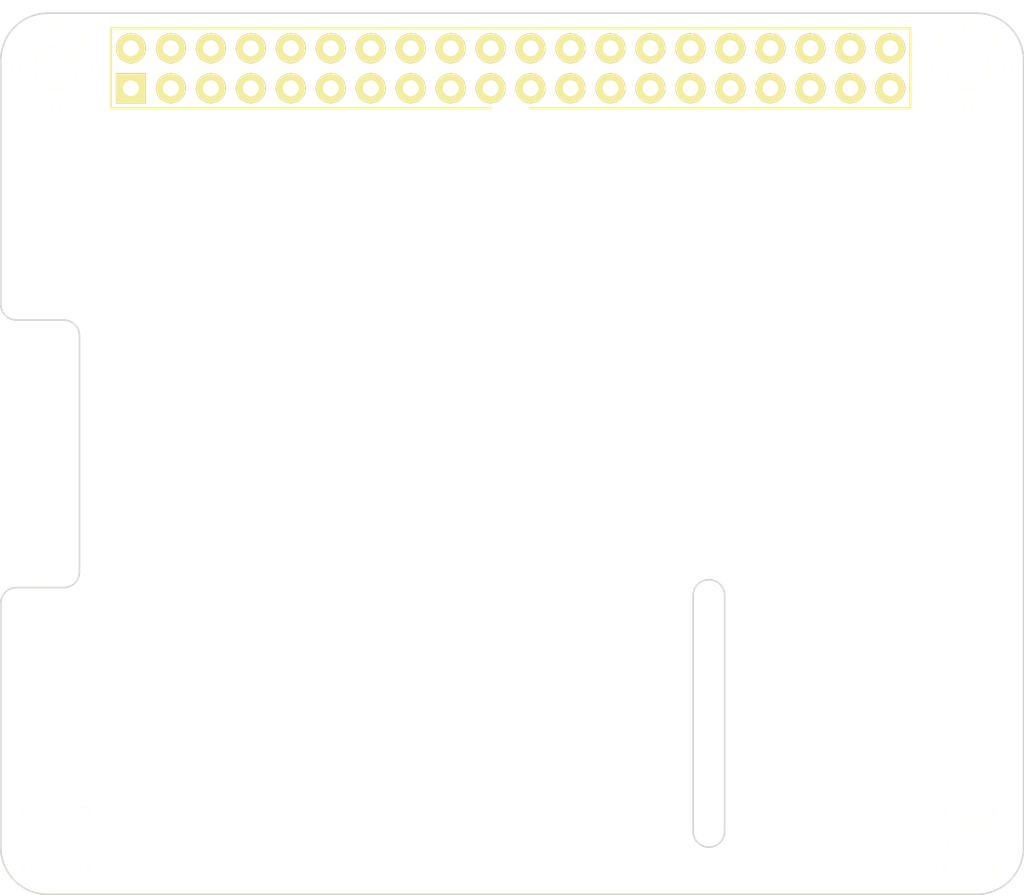
<source format=kicad_pcb>
(kicad_pcb (version 20221018) (generator pcbnew)
  (layers (0 "F.Cu" signal) (31 "B.Cu" signal) (34 "B.Paste" user) (35 "F.Paste" user) (36 "B.SilkS" user "B.Silkscreen") (37 "F.SilkS" user "F.Silkscreen") (38 "B.Mask" user) (39 "F.Mask" user) (44 "Edge.Cuts" user))
  (net 0 "")
  (footprint "agg:M2.5_MOUNT" (layer "F.Cu") (at 172.5 56.5)
    (fp_text reference "REF**" hide)
    (fp_text value "M2.5_MOUNT" hide)
    (pad "" np_thru_hole circle locked (at -2.5 0) (size 0.6 0.6) (drill 0.6) (layers "*.Cu" "*.Mask" "F.SilkS"))
    (pad "" np_thru_hole circle locked (at -1.8 -1.8) (size 0.6 0.6) (drill 0.6) (layers "*.Cu" "*.Mask" "F.SilkS"))
    (pad "" np_thru_hole circle locked (at -1.8 1.8) (size 0.6 0.6) (drill 0.6) (layers "*.Cu" "*.Mask" "F.SilkS"))
    (pad "" np_thru_hole circle locked (at 0 -2.5) (size 0.6 0.6) (drill 0.6) (layers "*.Cu" "*.Mask" "F.SilkS"))
    (pad "" np_thru_hole circle locked (at 0 0) (size 2.75 2.75) (drill 2.75) (layers "*.Cu" "*.Mask" "F.SilkS") (clearance 1.72))
    (pad "" np_thru_hole circle locked (at 0 2.5) (size 0.6 0.6) (drill 0.6) (layers "*.Cu" "*.Mask" "F.SilkS"))
    (pad "" np_thru_hole circle locked (at 1.8 -1.8) (size 0.6 0.6) (drill 0.6) (layers "*.Cu" "*.Mask" "F.SilkS"))
    (pad "" np_thru_hole circle locked (at 1.8 1.8) (size 0.6 0.6) (drill 0.6) (layers "*.Cu" "*.Mask" "F.SilkS"))
    (pad "" np_thru_hole circle locked (at 2.5 0) (size 0.6 0.6) (drill 0.6) (layers "*.Cu" "*.Mask" "F.SilkS"))
  )
  (footprint "agg:M2.5_MOUNT" (layer "F.Cu") (at 114.5 56.5)
    (fp_text reference "REF**" hide)
    (fp_text value "M2.5_MOUNT" hide)
    (pad "" np_thru_hole circle locked (at -2.5 0) (size 0.6 0.6) (drill 0.6) (layers "*.Cu" "*.Mask" "F.SilkS"))
    (pad "" np_thru_hole circle locked (at -1.8 -1.8) (size 0.6 0.6) (drill 0.6) (layers "*.Cu" "*.Mask" "F.SilkS"))
    (pad "" np_thru_hole circle locked (at -1.8 1.8) (size 0.6 0.6) (drill 0.6) (layers "*.Cu" "*.Mask" "F.SilkS"))
    (pad "" np_thru_hole circle locked (at 0 -2.5) (size 0.6 0.6) (drill 0.6) (layers "*.Cu" "*.Mask" "F.SilkS"))
    (pad "" np_thru_hole circle locked (at 0 0) (size 2.75 2.75) (drill 2.75) (layers "*.Cu" "*.Mask" "F.SilkS") (clearance 1.72))
    (pad "" np_thru_hole circle locked (at 0 2.5) (size 0.6 0.6) (drill 0.6) (layers "*.Cu" "*.Mask" "F.SilkS"))
    (pad "" np_thru_hole circle locked (at 1.8 -1.8) (size 0.6 0.6) (drill 0.6) (layers "*.Cu" "*.Mask" "F.SilkS"))
    (pad "" np_thru_hole circle locked (at 1.8 1.8) (size 0.6 0.6) (drill 0.6) (layers "*.Cu" "*.Mask" "F.SilkS"))
    (pad "" np_thru_hole circle locked (at 2.5 0) (size 0.6 0.6) (drill 0.6) (layers "*.Cu" "*.Mask" "F.SilkS"))
  )
  (footprint "agg:M2.5_MOUNT" (layer "F.Cu") (at 114.5 105.5)
    (fp_text reference "REF**" hide)
    (fp_text value "M2.5_MOUNT" hide)
    (pad "" np_thru_hole circle locked (at -2.5 0) (size 0.6 0.6) (drill 0.6) (layers "*.Cu" "*.Mask" "F.SilkS"))
    (pad "" np_thru_hole circle locked (at -1.8 -1.8) (size 0.6 0.6) (drill 0.6) (layers "*.Cu" "*.Mask" "F.SilkS"))
    (pad "" np_thru_hole circle locked (at -1.8 1.8) (size 0.6 0.6) (drill 0.6) (layers "*.Cu" "*.Mask" "F.SilkS"))
    (pad "" np_thru_hole circle locked (at 0 -2.5) (size 0.6 0.6) (drill 0.6) (layers "*.Cu" "*.Mask" "F.SilkS"))
    (pad "" np_thru_hole circle locked (at 0 0) (size 2.75 2.75) (drill 2.75) (layers "*.Cu" "*.Mask" "F.SilkS") (clearance 1.72))
    (pad "" np_thru_hole circle locked (at 0 2.5) (size 0.6 0.6) (drill 0.6) (layers "*.Cu" "*.Mask" "F.SilkS"))
    (pad "" np_thru_hole circle locked (at 1.8 -1.8) (size 0.6 0.6) (drill 0.6) (layers "*.Cu" "*.Mask" "F.SilkS"))
    (pad "" np_thru_hole circle locked (at 1.8 1.8) (size 0.6 0.6) (drill 0.6) (layers "*.Cu" "*.Mask" "F.SilkS"))
    (pad "" np_thru_hole circle locked (at 2.5 0) (size 0.6 0.6) (drill 0.6) (layers "*.Cu" "*.Mask" "F.SilkS"))
  )
  (footprint "agg:M2.5_MOUNT" (layer "F.Cu") (at 172.5 105.5)
    (fp_text reference "REF**" hide)
    (fp_text value "M2.5_MOUNT" hide)
    (pad "" np_thru_hole circle locked (at -2.5 0) (size 0.6 0.6) (drill 0.6) (layers "*.Cu" "*.Mask" "F.SilkS"))
    (pad "" np_thru_hole circle locked (at -1.8 -1.8) (size 0.6 0.6) (drill 0.6) (layers "*.Cu" "*.Mask" "F.SilkS"))
    (pad "" np_thru_hole circle locked (at -1.8 1.8) (size 0.6 0.6) (drill 0.6) (layers "*.Cu" "*.Mask" "F.SilkS"))
    (pad "" np_thru_hole circle locked (at 0 -2.5) (size 0.6 0.6) (drill 0.6) (layers "*.Cu" "*.Mask" "F.SilkS"))
    (pad "" np_thru_hole circle locked (at 0 0) (size 2.75 2.75) (drill 2.75) (layers "*.Cu" "*.Mask" "F.SilkS") (clearance 1.72))
    (pad "" np_thru_hole circle locked (at 0 2.5) (size 0.6 0.6) (drill 0.6) (layers "*.Cu" "*.Mask" "F.SilkS"))
    (pad "" np_thru_hole circle locked (at 1.8 -1.8) (size 0.6 0.6) (drill 0.6) (layers "*.Cu" "*.Mask" "F.SilkS"))
    (pad "" np_thru_hole circle locked (at 1.8 1.8) (size 0.6 0.6) (drill 0.6) (layers "*.Cu" "*.Mask" "F.SilkS"))
    (pad "" np_thru_hole circle locked (at 2.5 0) (size 0.6 0.6) (drill 0.6) (layers "*.Cu" "*.Mask" "F.SilkS"))
  )
  (footprint "agg:DIL-254P-40" (layer "F.Cu") (at 143.4 56.5)
    (fp_text reference "REF**")
    (fp_text value "DIL-254P-40")
    (fp_line (start -25.4 -2.54) (end 25.4 -2.54) (stroke (width 0.15)) (layer "F.SilkS"))
    (fp_line (start -25.4 2.54) (end -25.4 -2.54) (stroke (width 0.15)) (layer "F.SilkS"))
    (fp_line (start -1.27 2.54) (end -25.4 2.54) (stroke (width 0.15)) (layer "F.SilkS"))
    (fp_line (start 25.4 -2.54) (end 25.4 2.54) (stroke (width 0.15)) (layer "F.SilkS"))
    (fp_line (start 25.4 2.54) (end 1.27 2.54) (stroke (width 0.15)) (layer "F.SilkS"))
    (pad "1" thru_hole rect locked (at -24.13 1.27) (size 1.9 1.9) (drill 1) (layers "*.Cu" "*.Mask" "F.SilkS"))
    (pad "2" thru_hole circle locked (at -24.13 -1.27) (size 1.9 1.9) (drill 1) (layers "*.Cu" "*.Mask" "F.SilkS"))
    (pad "3" thru_hole circle locked (at -21.59 1.27) (size 1.9 1.9) (drill 1) (layers "*.Cu" "*.Mask" "F.SilkS"))
    (pad "4" thru_hole circle locked (at -21.59 -1.27) (size 1.9 1.9) (drill 1) (layers "*.Cu" "*.Mask" "F.SilkS"))
    (pad "5" thru_hole circle locked (at -19.05 1.27) (size 1.9 1.9) (drill 1) (layers "*.Cu" "*.Mask" "F.SilkS"))
    (pad "6" thru_hole circle locked (at -19.05 -1.27) (size 1.9 1.9) (drill 1) (layers "*.Cu" "*.Mask" "F.SilkS"))
    (pad "7" thru_hole circle locked (at -16.51 1.27) (size 1.9 1.9) (drill 1) (layers "*.Cu" "*.Mask" "F.SilkS"))
    (pad "8" thru_hole circle locked (at -16.51 -1.27) (size 1.9 1.9) (drill 1) (layers "*.Cu" "*.Mask" "F.SilkS"))
    (pad "9" thru_hole circle locked (at -13.97 1.27) (size 1.9 1.9) (drill 1) (layers "*.Cu" "*.Mask" "F.SilkS"))
    (pad "10" thru_hole circle locked (at -13.97 -1.27) (size 1.9 1.9) (drill 1) (layers "*.Cu" "*.Mask" "F.SilkS"))
    (pad "11" thru_hole circle locked (at -11.43 1.27) (size 1.9 1.9) (drill 1) (layers "*.Cu" "*.Mask" "F.SilkS"))
    (pad "12" thru_hole circle locked (at -11.43 -1.27) (size 1.9 1.9) (drill 1) (layers "*.Cu" "*.Mask" "F.SilkS"))
    (pad "13" thru_hole circle locked (at -8.89 1.27) (size 1.9 1.9) (drill 1) (layers "*.Cu" "*.Mask" "F.SilkS"))
    (pad "14" thru_hole circle locked (at -8.89 -1.27) (size 1.9 1.9) (drill 1) (layers "*.Cu" "*.Mask" "F.SilkS"))
    (pad "15" thru_hole circle locked (at -6.35 1.27) (size 1.9 1.9) (drill 1) (layers "*.Cu" "*.Mask" "F.SilkS"))
    (pad "16" thru_hole circle locked (at -6.35 -1.27) (size 1.9 1.9) (drill 1) (layers "*.Cu" "*.Mask" "F.SilkS"))
    (pad "17" thru_hole circle locked (at -3.81 1.27) (size 1.9 1.9) (drill 1) (layers "*.Cu" "*.Mask" "F.SilkS"))
    (pad "18" thru_hole circle locked (at -3.81 -1.27) (size 1.9 1.9) (drill 1) (layers "*.Cu" "*.Mask" "F.SilkS"))
    (pad "19" thru_hole circle locked (at -1.27 1.27) (size 1.9 1.9) (drill 1) (layers "*.Cu" "*.Mask" "F.SilkS"))
    (pad "20" thru_hole circle locked (at -1.27 -1.27) (size 1.9 1.9) (drill 1) (layers "*.Cu" "*.Mask" "F.SilkS"))
    (pad "21" thru_hole circle locked (at 1.27 1.27) (size 1.9 1.9) (drill 1) (layers "*.Cu" "*.Mask" "F.SilkS"))
    (pad "22" thru_hole circle locked (at 1.27 -1.27) (size 1.9 1.9) (drill 1) (layers "*.Cu" "*.Mask" "F.SilkS"))
    (pad "23" thru_hole circle locked (at 3.81 1.27) (size 1.9 1.9) (drill 1) (layers "*.Cu" "*.Mask" "F.SilkS"))
    (pad "24" thru_hole circle locked (at 3.81 -1.27) (size 1.9 1.9) (drill 1) (layers "*.Cu" "*.Mask" "F.SilkS"))
    (pad "25" thru_hole circle locked (at 6.35 1.27) (size 1.9 1.9) (drill 1) (layers "*.Cu" "*.Mask" "F.SilkS"))
    (pad "26" thru_hole circle locked (at 6.35 -1.27) (size 1.9 1.9) (drill 1) (layers "*.Cu" "*.Mask" "F.SilkS"))
    (pad "27" thru_hole circle locked (at 8.89 1.27) (size 1.9 1.9) (drill 1) (layers "*.Cu" "*.Mask" "F.SilkS"))
    (pad "28" thru_hole circle locked (at 8.89 -1.27) (size 1.9 1.9) (drill 1) (layers "*.Cu" "*.Mask" "F.SilkS"))
    (pad "29" thru_hole circle locked (at 11.43 1.27) (size 1.9 1.9) (drill 1) (layers "*.Cu" "*.Mask" "F.SilkS"))
    (pad "30" thru_hole circle locked (at 11.43 -1.27) (size 1.9 1.9) (drill 1) (layers "*.Cu" "*.Mask" "F.SilkS"))
    (pad "31" thru_hole circle locked (at 13.97 1.27) (size 1.9 1.9) (drill 1) (layers "*.Cu" "*.Mask" "F.SilkS"))
    (pad "32" thru_hole circle locked (at 13.97 -1.27) (size 1.9 1.9) (drill 1) (layers "*.Cu" "*.Mask" "F.SilkS"))
    (pad "33" thru_hole circle locked (at 16.51 1.27) (size 1.9 1.9) (drill 1) (layers "*.Cu" "*.Mask" "F.SilkS"))
    (pad "34" thru_hole circle locked (at 16.51 -1.27) (size 1.9 1.9) (drill 1) (layers "*.Cu" "*.Mask" "F.SilkS"))
    (pad "35" thru_hole circle locked (at 19.05 1.27) (size 1.9 1.9) (drill 1) (layers "*.Cu" "*.Mask" "F.SilkS"))
    (pad "36" thru_hole circle locked (at 19.05 -1.27) (size 1.9 1.9) (drill 1) (layers "*.Cu" "*.Mask" "F.SilkS"))
    (pad "37" thru_hole circle locked (at 21.59 1.27) (size 1.9 1.9) (drill 1) (layers "*.Cu" "*.Mask" "F.SilkS"))
    (pad "38" thru_hole circle locked (at 21.59 -1.27) (size 1.9 1.9) (drill 1) (layers "*.Cu" "*.Mask" "F.SilkS"))
    (pad "39" thru_hole circle locked (at 24.13 1.27) (size 1.9 1.9) (drill 1) (layers "*.Cu" "*.Mask" "F.SilkS"))
    (pad "40" thru_hole circle locked (at 24.13 -1.27) (size 1.9 1.9) (drill 1) (layers "*.Cu" "*.Mask" "F.SilkS"))
  )
  (gr_line (start 115 89.5) (end 112 89.5) (stroke (width 0.1)) (layer "Edge.Cuts"))
  (gr_arc (start 114 109) (mid 111.87868 108.12132) (end 111 106) (stroke (width 0.1)) (layer "Edge.Cuts"))
  (gr_arc (start 115 72.5) (mid 115.707107 72.792893) (end 116 73.5) (stroke (width 0.1)) (layer "Edge.Cuts"))
  (gr_line (start 155 105) (end 155 90) (stroke (width 0.1)) (layer "Edge.Cuts"))
  (gr_arc (start 111 56) (mid 111.87868 53.87868) (end 114 53) (stroke (width 0.1)) (layer "Edge.Cuts"))
  (gr_arc (start 155 90) (mid 156 89) (end 157 90) (stroke (width 0.1)) (layer "Edge.Cuts"))
  (gr_arc (start 111 90.5) (mid 111.292893 89.792893) (end 112 89.5) (stroke (width 0.1)) (layer "Edge.Cuts"))
  (gr_line (start 111 56) (end 111 71.5) (stroke (width 0.1)) (layer "Edge.Cuts"))
  (gr_line (start 176 106) (end 176 56) (stroke (width 0.1)) (layer "Edge.Cuts"))
  (gr_line (start 157 105) (end 157 90) (stroke (width 0.1)) (layer "Edge.Cuts"))
  (gr_line (start 114 53) (end 173 53) (stroke (width 0.1)) (layer "Edge.Cuts"))
  (gr_line (start 114 109) (end 173 109) (stroke (width 0.1)) (layer "Edge.Cuts"))
  (gr_line (start 115 72.5) (end 112 72.5) (stroke (width 0.1)) (layer "Edge.Cuts"))
  (gr_arc (start 112 72.5) (mid 111.292893 72.207107) (end 111 71.5) (stroke (width 0.1)) (layer "Edge.Cuts"))
  (gr_arc (start 157 105) (mid 156 106) (end 155 105) (stroke (width 0.1)) (layer "Edge.Cuts"))
  (gr_line (start 116 88.5) (end 116 73.5) (stroke (width 0.1)) (layer "Edge.Cuts"))
  (gr_arc (start 116 88.5) (mid 115.707107 89.207107) (end 115 89.5) (stroke (width 0.1)) (layer "Edge.Cuts"))
  (gr_arc (start 173 53) (mid 175.12132 53.87868) (end 176 56) (stroke (width 0.1)) (layer "Edge.Cuts"))
  (gr_arc (start 176 106) (mid 175.12132 108.12132) (end 173 109) (stroke (width 0.1)) (layer "Edge.Cuts"))
  (gr_line (start 111 90.5) (end 111 106) (stroke (width 0.1)) (layer "Edge.Cuts"))
)
</source>
